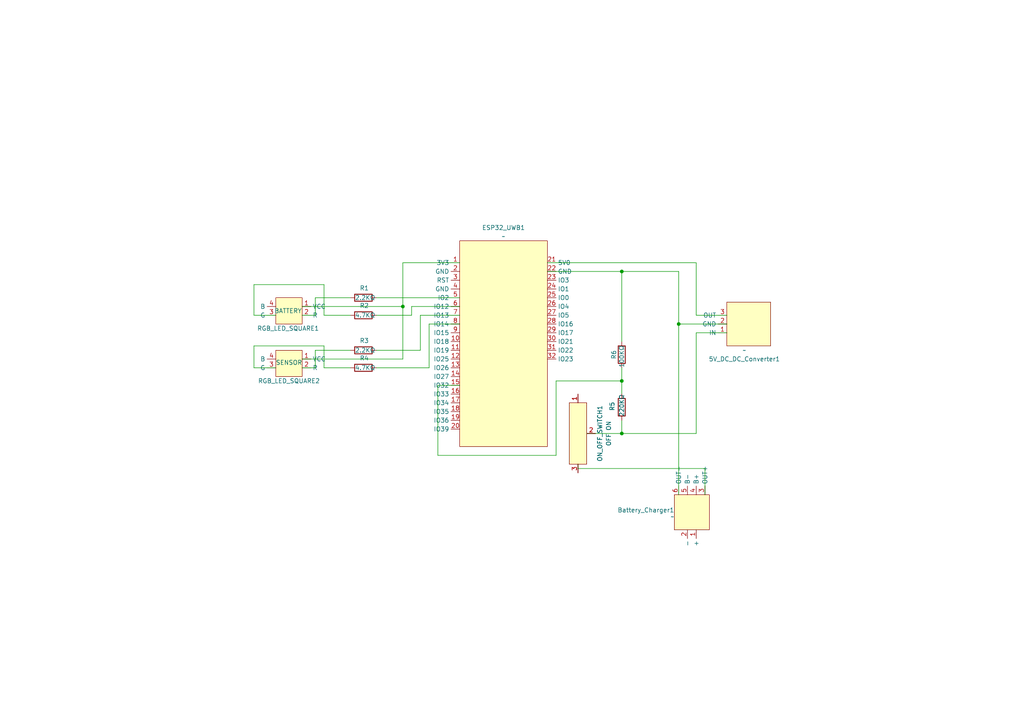
<source format=kicad_sch>
(kicad_sch (version 20250114) (generator "eeschema") (generator_version "9.0")
  (paper "A4")
  (title_block (title "Autocam Tag") (date "2025-03-18") (rev "v0.4"))
  (lib_symbols
    (symbol "Autocam:3_PIN_Switch"
      (property "Reference" "U?" (at -0.254 5.334 0))
      (symbol "3_PIN_Switch_1_1"
        (rectangle (start -8.89 2.54) (end 8.89 -2.54) (fill (type color) (color 255 255 194 1)))
        (pin passive line (at -8.89 0 180) (length 2.54) (name "") (number "1"))
        (pin passive line (at 0 -2.54 270) (length 2.54) (name "") (number "2"))
        (pin passive line (at 8.89 0 0) (length 2.54) (name "") (number "3"))
      )
    )
    (symbol "Autocam:5V_DC_Converter_Sqaure"
      (property "Reference" "U?" (at 0 7.62 0))
      (symbol "5V_DC_Converter_Sqaure_1_1"
        (rectangle (start -6.35 6.35) (end 6.35 -6.35) (fill (type color) (color 255 255 194 1)))
        (pin power_in line (at -2.54 -6.35 270) (length 2.54) (name "IN") (number "1"))
        (pin power_in line (at 0 -6.35 270) (length 2.54) (name "GND") (number "2"))
        (pin output line (at 2.54 -6.35 270) (length 2.54) (name "OUT") (number "3"))
      )
    )
    (symbol "Autocam:ANODE_RGB_LED_Sqaure"
      (property "Reference" "U?" (at 0 0 0))
      (symbol "ANODE_RGB_LED_Sqaure_1_1"
        (rectangle (start -3.81 3.81) (end 3.81 -3.81) (fill (type color) (color 255 255 194 1)))
        (pin passive line (at -3.81 1.27 180) (length 2.54) (name "R") (number "2"))
        (pin power_in line (at -3.81 -1.27 180) (length 2.54) (name "VCC") (number "1"))
        (pin passive line (at 3.81 1.27 0) (length 2.54) (name "G") (number "3"))
        (pin passive line (at 3.81 -1.27 0) (length 2.54) (name "B") (number "4"))
      )
    )
    (symbol "Autocam:Makersfab_ESP32_UWB"
      (property "Reference" "U?" (at -0.508 31.75 0))
      (symbol "Makersfab_ESP32_UWB_1_1"
        (rectangle (start -12.7 29.21) (end 12.7 -30.48) (fill (type color) (color 255 255 194 1)))
        (pin power_out line (at -12.7 22.86 180) (length 2.54) (name "3V3") (number "1"))
        (pin power_in line (at -12.7 20.32 180) (length 2.54) (name "GND") (number "2"))
        (pin input line (at -12.7 17.78 180) (length 2.54) (name "RST") (number "3"))
        (pin power_in line (at -12.7 15.24 180) (length 2.54) (name "GND") (number "4"))
        (pin bidirectional line (at -12.7 12.7 180) (length 2.54) (name "IO2") (number "5"))
        (pin bidirectional line (at -12.7 10.16 180) (length 2.54) (name "IO12") (number "6"))
        (pin bidirectional line (at -12.7 7.62 180) (length 2.54) (name "IO13") (number "7"))
        (pin bidirectional line (at -12.7 5.08 180) (length 2.54) (name "IO14") (number "8"))
        (pin bidirectional line (at -12.7 2.54 180) (length 2.54) (name "IO15") (number "9"))
        (pin bidirectional line (at -12.7 0 180) (length 2.54) (name "IO18") (number "10"))
        (pin bidirectional line (at -12.7 -2.54 180) (length 2.54) (name "IO19") (number "11"))
        (pin bidirectional line (at -12.7 -5.08 180) (length 2.54) (name "IO25") (number "12"))
        (pin bidirectional line (at -12.7 -7.62 180) (length 2.54) (name "IO26") (number "13"))
        (pin bidirectional line (at -12.7 -10.16 180) (length 2.54) (name "IO27") (number "14"))
        (pin bidirectional line (at -12.7 -12.7 180) (length 2.54) (name "IO32") (number "15"))
        (pin bidirectional line (at -12.7 -15.24 180) (length 2.54) (name "IO33") (number "16"))
        (pin bidirectional line (at -12.7 -17.78 180) (length 2.54) (name "IO34") (number "17"))
        (pin bidirectional line (at -12.7 -20.32 180) (length 2.54) (name "IO35") (number "18"))
        (pin bidirectional line (at -12.7 -22.86 180) (length 2.54) (name "IO36") (number "19"))
        (pin bidirectional line (at -12.7 -25.4 180) (length 2.54) (name "IO39") (number "20"))
        (pin power_in line (at 12.7 22.86 0) (length 2.54) (name "5V0") (number "21"))
        (pin power_in line (at 12.7 20.32 0) (length 2.54) (name "GND") (number "22"))
        (pin bidirectional line (at 12.7 17.78 0) (length 2.54) (name "IO3") (number "23"))
        (pin bidirectional line (at 12.7 15.24 0) (length 2.54) (name "IO1") (number "24"))
        (pin bidirectional line (at 12.7 12.7 0) (length 2.54) (name "IO0") (number "25"))
        (pin bidirectional line (at 12.7 10.16 0) (length 2.54) (name "IO4") (number "26"))
        (pin bidirectional line (at 12.7 7.62 0) (length 2.54) (name "IO5") (number "27"))
        (pin bidirectional line (at 12.7 5.08 0) (length 2.54) (name "IO16") (number "28"))
        (pin bidirectional line (at 12.7 2.54 0) (length 2.54) (name "IO17") (number "29"))
        (pin bidirectional line (at 12.7 0 0) (length 2.54) (name "IO21") (number "30"))
        (pin bidirectional line (at 12.7 -2.54 0) (length 2.54) (name "IO22") (number "31"))
        (pin bidirectional line (at 12.7 -5.08 0) (length 2.54) (name "IO23") (number "32"))
      )
    )
    (symbol "Autocam:Simple Resistor" (pin_numbers (hide yes)) (pin_names (offset 0))
      (property "Reference" "R" (at 2.032 0 90))
      (property "Value" "Simple Resistor" (at 0 0 90))
      (symbol "Simple Resistor_0_1"
        (rectangle (start -1.016 -2.54) (end 1.016 2.54) (stroke (width 0.254)))
      )
      (symbol "Simple Resistor_1_1"
        (pin passive line (at 0 3.81 270) (length 1.27) (name "~") (number "1"))
        (pin passive line (at 0 -3.81 90) (length 1.27) (name "~") (number "2"))
      )
    )
    (symbol "Autocam:USB-C_3.7V_Lithium_Battery_Charger"
      (property "Reference" "U" (at 0 7.366 0))
      (symbol "USB-C_3.7V_Lithium_Battery_Charger_1_1"
        (rectangle (start -5.08 5.08) (end 5.08 -5.08) (fill (type color) (color 255 255 194 1)))
        (pin input line (at -5.08 1.27 180) (length 2.54) (name "+") (number "1"))
        (pin input line (at -5.08 -1.27 180) (length 2.54) (name "-") (number "2"))
        (pin output line (at 5.08 3.81 0) (length 2.54) (name "OUT+") (number "3"))
        (pin input line (at 5.08 1.27 0) (length 2.54) (name "B+") (number "4"))
        (pin input line (at 5.08 -1.27 0) (length 2.54) (name "B-") (number "5"))
        (pin output line (at 5.08 -3.81 0) (length 2.54) (name "OUT-") (number "6"))
      )
    )
  )
  (junction (at 180.34 125.73))
  (junction (at 180.34 110.49))
  (junction (at 180.34 78.74))
  (junction (at 196.85 93.98))
  (junction (at 116.84 88.9))
  (wire (pts (xy 161.29 132.08) (xy 161.29 110.49)))
  (wire (pts (xy 116.84 76.2) (xy 116.84 88.9)))
  (wire (pts (xy 180.34 78.74) (xy 180.34 99.06)))
  (wire (pts (xy 93.98 106.68) (xy 101.6 106.68)))
  (wire (pts (xy 93.98 91.44) (xy 93.98 82.55)))
  (wire (pts (xy 87.63 88.9) (xy 116.84 88.9)))
  (wire (pts (xy 204.47 143.51) (xy 204.47 135.89)))
  (wire (pts (xy 127 132.08) (xy 161.29 132.08)))
  (wire (pts (xy 93.98 91.44) (xy 101.6 91.44)))
  (wire (pts (xy 167.64 135.89) (xy 167.64 134.62)))
  (wire (pts (xy 119.38 91.44) (xy 109.22 91.44)))
  (wire (pts (xy 91.44 86.36) (xy 101.6 86.36)))
  (wire (pts (xy 93.98 106.68) (xy 93.98 100.33)))
  (wire (pts (xy 210.82 96.52) (xy 201.93 96.52)))
  (wire (pts (xy 73.66 91.44) (xy 80.01 91.44)))
  (wire (pts (xy 93.98 100.33) (xy 73.66 100.33)))
  (wire (pts (xy 158.75 76.2) (xy 201.93 76.2)))
  (wire (pts (xy 201.93 91.44) (xy 210.82 91.44)))
  (wire (pts (xy 121.92 91.44) (xy 121.92 101.6)))
  (wire (pts (xy 109.22 101.6) (xy 121.92 101.6)))
  (wire (pts (xy 180.34 106.68) (xy 180.34 110.49)))
  (wire (pts (xy 201.93 76.2) (xy 201.93 91.44)))
  (wire (pts (xy 93.98 82.55) (xy 73.66 82.55)))
  (wire (pts (xy 127 111.76) (xy 127 132.08)))
  (wire (pts (xy 158.75 78.74) (xy 180.34 78.74)))
  (wire (pts (xy 116.84 88.9) (xy 116.84 104.14)))
  (wire (pts (xy 116.84 76.2) (xy 133.35 76.2)))
  (wire (pts (xy 91.44 106.68) (xy 87.63 106.68)))
  (wire (pts (xy 204.47 135.89) (xy 167.64 135.89)))
  (wire (pts (xy 170.18 125.73) (xy 180.34 125.73)))
  (wire (pts (xy 196.85 143.51) (xy 196.85 93.98)))
  (wire (pts (xy 127 111.76) (xy 133.35 111.76)))
  (wire (pts (xy 87.63 104.14) (xy 116.84 104.14)))
  (wire (pts (xy 124.46 93.98) (xy 124.46 106.68)))
  (wire (pts (xy 119.38 88.9) (xy 119.38 91.44)))
  (wire (pts (xy 180.34 110.49) (xy 180.34 114.3)))
  (wire (pts (xy 109.22 86.36) (xy 133.35 86.36)))
  (wire (pts (xy 133.35 93.98) (xy 124.46 93.98)))
  (wire (pts (xy 161.29 110.49) (xy 180.34 110.49)))
  (wire (pts (xy 180.34 78.74) (xy 196.85 78.74)))
  (wire (pts (xy 133.35 88.9) (xy 119.38 88.9)))
  (wire (pts (xy 196.85 78.74) (xy 196.85 93.98)))
  (wire (pts (xy 73.66 82.55) (xy 73.66 91.44)))
  (wire (pts (xy 201.93 96.52) (xy 201.93 125.73)))
  (wire (pts (xy 91.44 91.44) (xy 87.63 91.44)))
  (wire (pts (xy 73.66 106.68) (xy 80.01 106.68)))
  (wire (pts (xy 180.34 125.73) (xy 201.93 125.73)))
  (wire (pts (xy 180.34 121.92) (xy 180.34 125.73)))
  (wire (pts (xy 91.44 101.6) (xy 91.44 106.68)))
  (wire (pts (xy 91.44 101.6) (xy 101.6 101.6)))
  (wire (pts (xy 196.85 93.98) (xy 210.82 93.98)))
  (wire (pts (xy 121.92 91.44) (xy 133.35 91.44)))
  (wire (pts (xy 91.44 86.36) (xy 91.44 91.44)))
  (wire (pts (xy 109.22 106.68) (xy 124.46 106.68)))
  (wire (pts (xy 73.66 100.33) (xy 73.66 106.68)))
  (symbol (lib_id "Autocam:Simple Resistor") (at 105.41 106.68 90) (unit 1)
    (property "Reference" "R4" (at 105.664 103.886 90))
    (property "Value" "4.7KΩ" (at 105.918 106.68 90))
    (property "Footprint" "Autocam:Simple Resistor" (effects (hide yes)))
    (property "Description" "Resistor" (effects (hide yes)))
  )
  (symbol (lib_id "Autocam:Simple Resistor") (at 180.34 102.87 0) (unit 1)
    (property "Reference" "R6" (at 178.054 102.87 90))
    (property "Value" "100KΩ" (at 180.34 103.378 90))
    (property "Footprint" "Autocam:Simple Resistor" (effects (hide yes)))
    (property "Description" "Resistor" (effects (hide yes)))
  )
  (symbol (lib_id "Autocam:Simple Resistor") (at 105.41 101.6 90) (unit 1)
    (property "Reference" "R3" (at 105.664 98.806 90))
    (property "Value" "2.2KΩ" (at 105.918 101.6 90))
    (property "Footprint" "Autocam:Simple Resistor" (effects (hide yes)))
    (property "Description" "Resistor" (effects (hide yes)))
  )
  (symbol (lib_id "Autocam:Makersfab_ESP32_UWB") (at 146.05 99.06 0) (unit 1)
    (property "Reference" "ESP32_UWB1" (at 146.05 66.04 0))
    (property "Value" "~" (at 146.05 68.58 0))
    (property "Footprint" "Autocam:Makersfab ESP32 UWB" (effects (hide yes)))
  )
  (symbol (lib_id "Autocam:ANODE_RGB_LED_Sqaure") (at 83.82 90.17 180) (unit 1)
    (property "Reference" "RGB_LED_SQUARE1" (at 83.566 95.25 0))
    (property "Value" "BATTERY" (at 83.566 90.17 0))
    (property "Footprint" "Autocam:Anode RGB LED (Square)" (effects (hide yes)))
  )
  (symbol (lib_id "Autocam:ANODE_RGB_LED_Sqaure") (at 83.82 105.41 180) (unit 1)
    (property "Reference" "RGB_LED_SQUARE2" (at 83.82 110.49 0))
    (property "Value" "SENSOR" (at 83.82 105.156 0))
    (property "Footprint" "Autocam:Anode RGB LED (Square)" (effects (hide yes)))
  )
  (symbol (lib_id "Autocam:Simple Resistor") (at 180.34 118.11 180) (unit 1)
    (property "Reference" "R5" (at 177.546 117.856 90))
    (property "Value" "220KΩ" (at 180.34 117.602 90))
    (property "Footprint" "Autocam:Simple Resistor" (effects (hide yes)))
    (property "Description" "Resistor" (effects (hide yes)))
  )
  (symbol (lib_id "Autocam:Simple Resistor") (at 105.41 86.36 90) (unit 1)
    (property "Reference" "R1" (at 105.664 83.566 90))
    (property "Value" "2.2KΩ" (at 105.918 86.36 90))
    (property "Footprint" "Autocam:Simple Resistor" (effects (hide yes)))
    (property "Description" "Resistor" (effects (hide yes)))
  )
  (symbol (lib_id "Autocam:USB-C_3.7V_Lithium_Battery_Charger") (at 200.66 148.59 270) (mirror x) (unit 1)
    (property "Reference" "Battery_Charger1" (at 195.58 147.9549 90) (effects (justify right)))
    (property "Value" "~" (at 195.58 149.86 90) (effects (justify right)))
    (property "Footprint" "Autocam:USB-C 3.7V Lithium Battery Charger" (effects (hide yes)))
  )
  (symbol (lib_id "Autocam:Simple Resistor") (at 105.41 91.44 90) (unit 1)
    (property "Reference" "R2" (at 105.664 88.646 90))
    (property "Value" "4.7KΩ" (at 105.918 91.44 90))
    (property "Footprint" "Autocam:Simple Resistor" (effects (hide yes)))
    (property "Description" "Resistor" (effects (hide yes)))
  )
  (symbol (lib_id "Autocam:5V_DC_Converter_Sqaure") (at 217.17 93.98 270) (mirror x) (unit 1)
    (property "Reference" "5V_DC_DC_Converter1" (at 215.9 104.14 90))
    (property "Value" "~" (at 215.9 101.6 90))
    (property "Footprint" "Autocam:5V DC-DC Step Up Converter (Square)" (effects (hide yes)))
  )
  (symbol (lib_id "Autocam:3_PIN_Switch") (at 167.64 125.73 90) (mirror x) (unit 1)
    (property "Reference" "ON_OFF_SWITCH1" (at 173.99 125.73 0))
    (property "Value" "OFF ON" (at 176.53 125.73 0))
    (property "Footprint" "Autocam:3-PIN Switch" (effects (hide yes)))
  )
)
</source>
